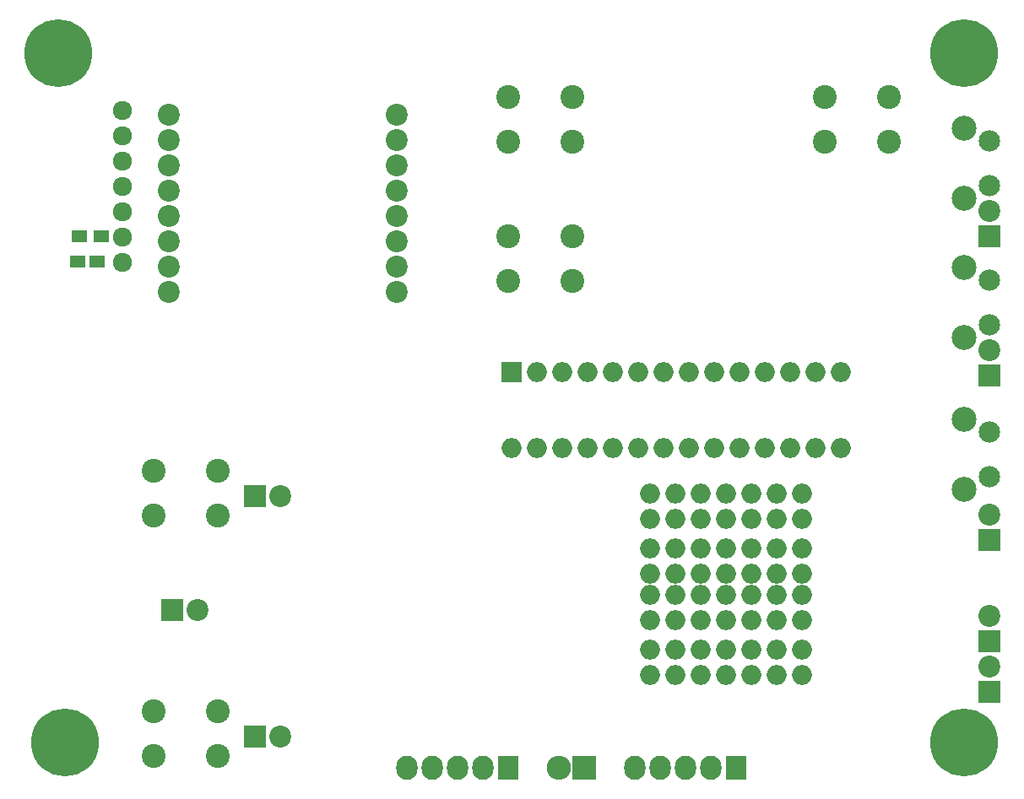
<source format=gbs>
G04 #@! TF.FileFunction,Soldermask,Bot*
%FSLAX46Y46*%
G04 Gerber Fmt 4.6, Leading zero omitted, Abs format (unit mm)*
G04 Created by KiCad (PCBNEW 4.0.5+dfsg1-4) date Sat Jun 23 00:33:45 2018*
%MOMM*%
%LPD*%
G01*
G04 APERTURE LIST*
%ADD10C,0.100000*%
%ADD11C,6.800000*%
%ADD12O,2.000000X2.000000*%
%ADD13C,1.924000*%
%ADD14C,2.200000*%
%ADD15R,2.000000X2.000000*%
%ADD16C,2.400000*%
%ADD17R,2.200000X2.200000*%
%ADD18R,1.600000X1.300000*%
%ADD19R,1.600000X1.150000*%
%ADD20R,2.127200X2.432000*%
%ADD21O,2.127200X2.432000*%
%ADD22R,2.432000X2.432000*%
%ADD23O,2.432000X2.432000*%
%ADD24C,2.500000*%
%ADD25C,2.150000*%
G04 APERTURE END LIST*
D10*
D11*
X152400000Y-65405000D03*
X152400000Y-134620000D03*
X62230000Y-134620000D03*
D12*
X136207500Y-127825500D03*
X133667500Y-127825500D03*
X131127500Y-127825500D03*
X128587500Y-127825500D03*
X126047500Y-127825500D03*
X123507500Y-127825500D03*
X120967500Y-127825500D03*
X120967500Y-115125500D03*
X123507500Y-115125500D03*
X126047500Y-115125500D03*
X128587500Y-115125500D03*
X131127500Y-115125500D03*
X133667500Y-115125500D03*
X136207500Y-115125500D03*
X136207500Y-117665500D03*
X133667500Y-117665500D03*
X131127500Y-117665500D03*
X128587500Y-117665500D03*
X126047500Y-117665500D03*
X123507500Y-117665500D03*
X120967500Y-117665500D03*
X120967500Y-125285500D03*
X123507500Y-125285500D03*
X126047500Y-125285500D03*
X128587500Y-125285500D03*
X131127500Y-125285500D03*
X133667500Y-125285500D03*
X136207500Y-125285500D03*
D13*
X68040000Y-76280000D03*
X68040000Y-73740000D03*
X68040000Y-71200000D03*
X68040000Y-78820000D03*
X68040000Y-81360000D03*
X68040000Y-86440000D03*
X68040000Y-83900000D03*
D14*
X72644000Y-71628000D03*
X72644000Y-74168000D03*
X72644000Y-76708000D03*
X72644000Y-79248000D03*
X72644000Y-81788000D03*
X72644000Y-84328000D03*
X72644000Y-86868000D03*
X72644000Y-89408000D03*
X95504000Y-89408000D03*
X95504000Y-86868000D03*
X95504000Y-84328000D03*
X95504000Y-81788000D03*
X95504000Y-79248000D03*
X95504000Y-76708000D03*
X95504000Y-74168000D03*
X95504000Y-71628000D03*
D15*
X107061000Y-97409000D03*
D12*
X140081000Y-105029000D03*
X109601000Y-97409000D03*
X137541000Y-105029000D03*
X112141000Y-97409000D03*
X135001000Y-105029000D03*
X114681000Y-97409000D03*
X132461000Y-105029000D03*
X117221000Y-97409000D03*
X129921000Y-105029000D03*
X119761000Y-97409000D03*
X127381000Y-105029000D03*
X122301000Y-97409000D03*
X124841000Y-105029000D03*
X124841000Y-97409000D03*
X122301000Y-105029000D03*
X127381000Y-97409000D03*
X119761000Y-105029000D03*
X129921000Y-97409000D03*
X117221000Y-105029000D03*
X132461000Y-97409000D03*
X114681000Y-105029000D03*
X135001000Y-97409000D03*
X112141000Y-105029000D03*
X137541000Y-97409000D03*
X109601000Y-105029000D03*
X140081000Y-97409000D03*
X107061000Y-105029000D03*
D16*
X106680000Y-74350000D03*
X106680000Y-69850000D03*
X113180000Y-74350000D03*
X113180000Y-69850000D03*
D17*
X154940000Y-114300000D03*
D14*
X154940000Y-111760000D03*
D17*
X81280000Y-109855000D03*
D14*
X83820000Y-109855000D03*
D16*
X71120000Y-111815000D03*
X71120000Y-107315000D03*
X77620000Y-111815000D03*
X77620000Y-107315000D03*
D17*
X81280000Y-133985000D03*
D14*
X83820000Y-133985000D03*
D16*
X71120000Y-135945000D03*
X71120000Y-131445000D03*
X77620000Y-135945000D03*
X77620000Y-131445000D03*
D17*
X154940000Y-83820000D03*
D14*
X154940000Y-81280000D03*
D17*
X154940000Y-97790000D03*
D14*
X154940000Y-95250000D03*
D16*
X138430000Y-74350000D03*
X138430000Y-69850000D03*
X144930000Y-74350000D03*
X144930000Y-69850000D03*
X106680000Y-88320000D03*
X106680000Y-83820000D03*
X113180000Y-88320000D03*
X113180000Y-83820000D03*
D17*
X154940000Y-129540000D03*
D14*
X154940000Y-127000000D03*
D17*
X73025000Y-121285000D03*
D14*
X75565000Y-121285000D03*
D17*
X154940000Y-124460000D03*
D14*
X154940000Y-121920000D03*
D18*
X63670000Y-83820000D03*
X65870000Y-83820000D03*
D19*
X63566000Y-86360000D03*
X65466000Y-86360000D03*
D20*
X129540000Y-137160000D03*
D21*
X127000000Y-137160000D03*
X124460000Y-137160000D03*
X121920000Y-137160000D03*
X119380000Y-137160000D03*
D20*
X106680000Y-137160000D03*
D21*
X104140000Y-137160000D03*
X101600000Y-137160000D03*
X99060000Y-137160000D03*
X96520000Y-137160000D03*
D22*
X114300000Y-137160000D03*
D23*
X111760000Y-137160000D03*
D11*
X61595000Y-65405000D03*
D24*
X152450000Y-102190000D03*
D25*
X154940000Y-103450000D03*
X154940000Y-107950000D03*
D24*
X152450000Y-109200000D03*
X152450000Y-72980000D03*
D25*
X154940000Y-74240000D03*
X154940000Y-78740000D03*
D24*
X152450000Y-79990000D03*
X152450000Y-86950000D03*
D25*
X154940000Y-88210000D03*
X154940000Y-92710000D03*
D24*
X152450000Y-93960000D03*
D12*
X120967500Y-122364500D03*
X123507500Y-122364500D03*
X126047500Y-122364500D03*
X128587500Y-122364500D03*
X131127500Y-122364500D03*
X133667500Y-122364500D03*
X136207500Y-122364500D03*
X136207500Y-109664500D03*
X133667500Y-109664500D03*
X131127500Y-109664500D03*
X128587500Y-109664500D03*
X126047500Y-109664500D03*
X123507500Y-109664500D03*
X120967500Y-109664500D03*
X120967500Y-112204500D03*
X123507500Y-112204500D03*
X126047500Y-112204500D03*
X128587500Y-112204500D03*
X131127500Y-112204500D03*
X133667500Y-112204500D03*
X136207500Y-112204500D03*
X136207500Y-119824500D03*
X133667500Y-119824500D03*
X131127500Y-119824500D03*
X128587500Y-119824500D03*
X126047500Y-119824500D03*
X123507500Y-119824500D03*
X120967500Y-119824500D03*
M02*

</source>
